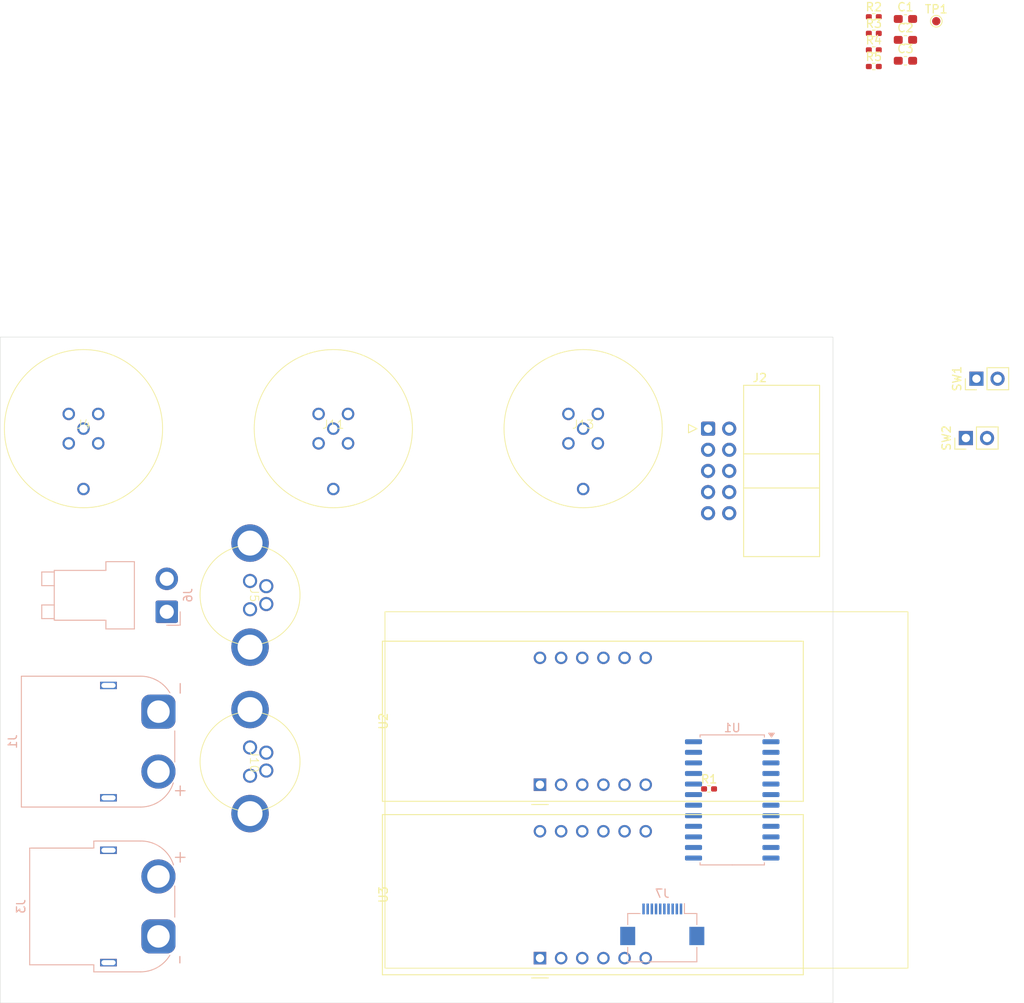
<source format=kicad_pcb>
(kicad_pcb (version 20240108) (generator "pcbnew") (generator_version "8.0")
  (layers (0 "F.Cu" signal) (31 "B.Cu" signal) (34 "B.Paste" user) (35 "F.Paste" user) (36 "B.SilkS" user "B.Silkscreen") (37 "F.SilkS" user "F.Silkscreen") (38 "B.Mask" user) (39 "F.Mask" user) (44 "Edge.Cuts" user))
  (net 0 "")
  (net 1 "/PACK+")
  (net 2 "/PACK-")
  (net 3 "/CANL")
  (net 4 "/DISP_CLK")
  (net 5 "/CANH")
  (net 6 "/MCU_RST")
  (net 7 "/MODE_BTN_B")
  (net 8 "+5V")
  (net 9 "/DISP_CS")
  (net 10 "GND")
  (net 11 "/DISP_DIN")
  (net 12 "/MODE_BTN_A")
  (net 13 "/CHG_EXT")
  (net 14 "/SEG_6")
  (net 15 "/SEG_0")
  (net 16 "/SEG_5")
  (net 17 "/DIG_3")
  (net 18 "/DIG_2")
  (net 19 "/SEG_2")
  (net 20 "/SEG_7")
  (net 21 "/SEG_3")
  (net 22 "/SEG_4")
  (net 23 "/DIG_1")
  (net 24 "/SEG_1")
  (net 25 "/DIG_0")
  (net 26 "/DIG_5")
  (net 27 "/DIG_6")
  (net 28 "/DIG_4")
  (net 29 "/DIG_7")
  (net 31 "Net-(U1-ISET)")
  (net 36 "Net-(J11-Pin_3)")
  (net 37 "/DISP")
  (net 38 "/EXTCOMIN")
  (net 43 "Net-(J11-Pin_1)")
  (net 47 "/EXTMODE")
  (footprint "Resistor_SMD:R_0402_1005Metric_Pad0.72x0.64mm_HandSolder" (layer "F.Cu") (at 75.1199 43.2816)
    (property "Reference" "R1" (at 0 -1.17 0) (layer "F.SilkS"))
    (property "Value" "2k2")
    (fp_line (start -0.167621 -0.38) (end 0.167621 -0.38) (stroke (width 0.12)) (layer "F.SilkS"))
    (fp_line (start -0.167621 0.38) (end 0.167621 0.38) (stroke (width 0.12)) (layer "F.SilkS"))
    (pad "1" smd roundrect (at -0.5975 0) (size 0.715 0.64) (layers "F.Cu" "F.Paste" "F.Mask") (net 31 "Net-(U1-ISET)"))
    (pad "2" smd roundrect (at 0.5975 0) (size 0.715 0.64) (layers "F.Cu" "F.Paste" "F.Mask") (net 8 "+5V"))
  )
  (footprint "nturt_kicad_lib_EP6:M12-5P-ground" (layer "F.Cu") (at 0 0)
    (property "Reference" "J4" (at 0 -0.5 0) (layer "F.SilkS") (effects (font (thickness 0.1))))
    (property "Value" "charge")
    (fp_circle (center 0 0) (end 9.5 0) (stroke (width 0.1)) (fill none) (layer "F.SilkS"))
    (pad "1" thru_hole circle (at 1.7678 -1.7678) (size 1.5 1.5) (drill 1) (layers "*.Cu" "*.Mask") (net 2 "/PACK-"))
    (pad "2" thru_hole circle (at -1.7678 -1.7678) (size 1.5 1.5) (drill 1) (layers "*.Cu" "*.Mask") (net 2 "/PACK-"))
    (pad "3" thru_hole circle (at -1.7678 1.7678) (size 1.5 1.5) (drill 1) (layers "*.Cu" "*.Mask") (net 13 "/CHG_EXT"))
    (pad "4" thru_hole circle (at 1.7678 1.7678) (size 1.5 1.5) (drill 1) (layers "*.Cu" "*.Mask") (net 13 "/CHG_EXT"))
    (pad "5" thru_hole circle (at 0 0) (size 1.5 1.5) (drill 1) (layers "*.Cu" "*.Mask"))
    (pad "6" thru_hole circle (at 0 7.25) (size 1.5 1.5) (drill 1) (layers "*.Cu" "*.Mask"))
  )
  (footprint "Connector_PinHeader_2.54mm:PinHeader_1x02_P2.54mm_Vertical" (layer "F.Cu") (at 105.9594 1.127 90)
    (property "Reference" "SW2" (at 0 -2.33 90) (layer "F.SilkS"))
    (property "Value" "MCU_RST")
    (fp_line (start -1.33 -1.33) (end 0 -1.33) (stroke (width 0.12)) (layer "F.SilkS"))
    (fp_line (start -1.33 0) (end -1.33 -1.33) (stroke (width 0.12)) (layer "F.SilkS"))
    (fp_line (start 1.33 1.27) (end 1.33 3.87) (stroke (width 0.12)) (layer "F.SilkS"))
    (fp_line (start -1.33 1.27) (end 1.33 1.27) (stroke (width 0.12)) (layer "F.SilkS"))
    (fp_line (start -1.33 1.27) (end -1.33 3.87) (stroke (width 0.12)) (layer "F.SilkS"))
    (fp_line (start -1.33 3.87) (end 1.33 3.87) (stroke (width 0.12)) (layer "F.SilkS"))
    (pad "1" thru_hole rect (at 0 0 90) (size 1.7 1.7) (drill 1) (layers "*.Cu" "*.Mask") (net 6 "/MCU_RST"))
    (pad "2" thru_hole oval (at 0 2.54 90) (size 1.7 1.7) (drill 1) (layers "*.Cu" "*.Mask") (net 10 "GND"))
  )
  (footprint "Resistor_SMD:R_0402_1005Metric_Pad0.72x0.64mm_HandSolder" (layer "F.Cu") (at 94.9 -45.5)
    (property "Reference" "R4" (at 0 -1.17 0) (layer "F.SilkS"))
    (property "Value" "100k")
    (fp_line (start -0.167621 -0.38) (end 0.167621 -0.38) (stroke (width 0.12)) (layer "F.SilkS"))
    (fp_line (start -0.167621 0.38) (end 0.167621 0.38) (stroke (width 0.12)) (layer "F.SilkS"))
    (pad "1" smd roundrect (at -0.5975 0) (size 0.715 0.64) (layers "F.Cu" "F.Paste" "F.Mask") (net 47 "/EXTMODE"))
    (pad "2" smd roundrect (at 0.5975 0) (size 0.715 0.64) (layers "F.Cu" "F.Paste" "F.Mask") (net 8 "+5V"))
  )
  (footprint "Connector_IDC:IDC-Header_2x05_P2.54mm_Horizontal" (layer "F.Cu") (at 75 0)
    (property "Reference" "J2" (at 6.215 -6.1 0) (layer "F.SilkS"))
    (property "Value" "Front Panel")
    (fp_line (start -2.35 -0.5) (end -2.35 0.5) (stroke (width 0.12)) (layer "F.SilkS"))
    (fp_line (start -2.35 0.5) (end -1.35 0) (stroke (width 0.12)) (layer "F.SilkS"))
    (fp_line (start -1.35 0) (end -2.35 -0.5) (stroke (width 0.12)) (layer "F.SilkS"))
    (fp_line (start 4.27 -5.21) (end 13.39 -5.21) (stroke (width 0.12)) (layer "F.SilkS"))
    (fp_line (start 4.27 3.03) (end 13.39 3.03) (stroke (width 0.12)) (layer "F.SilkS"))
    (fp_line (start 4.27 7.13) (end 13.39 7.13) (stroke (width 0.12)) (layer "F.SilkS"))
    (fp_line (start 4.27 15.37) (end 4.27 -5.21) (stroke (width 0.12)) (layer "F.SilkS"))
    (fp_line (start 13.39 -5.21) (end 13.39 15.37) (stroke (width 0.12)) (layer "F.SilkS"))
    (fp_line (start 13.39 15.37) (end 4.27 15.37) (stroke (width 0.12)) (layer "F.SilkS"))
    (pad "1" thru_hole roundrect (at 0 0) (size 1.7 1.7) (drill 1) (layers "*.Cu" "*.Mask") (roundrect_rratio 0.147059) (net 9 "/DISP_CS"))
    (pad "2" thru_hole circle (at 2.54 0) (size 1.7 1.7) (drill 1) (layers "*.Cu" "*.Mask") (net 4 "/DISP_CLK"))
    (pad "3" thru_hole circle (at 0 2.54) (size 1.7 1.7) (drill 1) (layers "*.Cu" "*.Mask") (net 11 "/DISP_DIN"))
    (pad "4" thru_hole circle (at 2.54 2.54) (size 1.7 1.7) (drill 1) (layers "*.Cu" "*.Mask") (net 6 "/MCU_RST"))
    (pad "5" thru_hole circle (at 0 5.08) (size 1.7 1.7) (drill 1) (layers "*.Cu" "*.Mask") (net 10 "GND"))
    (pad "6" thru_hole circle (at 2.54 5.08) (size 1.7 1.7) (drill 1) (layers "*.Cu" "*.Mask") (net 3 "/CANL"))
    (pad "7" thru_hole circle (at 0 7.62) (size 1.7 1.7) (drill 1) (layers "*.Cu" "*.Mask") (net 5 "/CANH"))
    (pad "8" thru_hole circle (at 2.54 7.62) (size 1.7 1.7) (drill 1) (layers "*.Cu" "*.Mask") (net 8 "+5V"))
    (pad "9" thru_hole circle (at 0 10.16) (size 1.7 1.7) (drill 1) (layers "*.Cu" "*.Mask") (net 7 "/MODE_BTN_B"))
    (pad "10" thru_hole circle (at 2.54 10.16) (size 1.7 1.7) (drill 1) (layers "*.Cu" "*.Mask") (net 12 "/MODE_BTN_A"))
  )
  (footprint "nturt_kicad_lib_EP6:M12-5P-ground" (layer "F.Cu") (at 60 0)
    (property "Reference" "J13" (at 0 -0.5 0) (layer "F.SilkS") (effects (font (thickness 0.1))))
    (property "Value" "24V out")
    (fp_circle (center 0 0) (end 9.5 0) (stroke (width 0.1)) (fill none) (layer "F.SilkS"))
    (pad "1" thru_hole circle (at 1.7678 -1.7678) (size 1.5 1.5) (drill 1) (layers "*.Cu" "*.Mask") (net 2 "/PACK-"))
    (pad "2" thru_hole circle (at -1.7678 -1.7678) (size 1.5 1.5) (drill 1) (layers "*.Cu" "*.Mask") (net 2 "/PACK-"))
    (pad "3" thru_hole circle (at -1.7678 1.7678) (size 1.5 1.5) (drill 1) (layers "*.Cu" "*.Mask") (net 43 "Net-(J11-Pin_1)"))
    (pad "4" thru_hole circle (at 1.7678 1.7678) (size 1.5 1.5) (drill 1) (layers "*.Cu" "*.Mask") (net 43 "Net-(J11-Pin_1)"))
    (pad "5" thru_hole circle (at 0 0) (size 1.5 1.5) (drill 1) (layers "*.Cu" "*.Mask"))
    (pad "6" thru_hole circle (at 0 7.25) (size 1.5 1.5) (drill 1) (layers "*.Cu" "*.Mask"))
  )
  (footprint "Resistor_SMD:R_0402_1005Metric_Pad0.72x0.64mm_HandSolder" (layer "F.Cu") (at 94.9 -47.49)
    (property "Reference" "R3" (at 0 -1.17 0) (layer "F.SilkS"))
    (property "Value" "100k")
    (fp_line (start -0.167621 -0.38) (end 0.167621 -0.38) (stroke (width 0.12)) (layer "F.SilkS"))
    (fp_line (start -0.167621 0.38) (end 0.167621 0.38) (stroke (width 0.12)) (layer "F.SilkS"))
    (pad "1" smd roundrect (at -0.5975 0) (size 0.715 0.64) (layers "F.Cu" "F.Paste" "F.Mask") (net 37 "/DISP"))
    (pad "2" smd roundrect (at 0.5975 0) (size 0.715 0.64) (layers "F.Cu" "F.Paste" "F.Mask") (net 8 "+5V"))
  )
  (footprint "Connector_PinHeader_2.54mm:PinHeader_1x02_P2.54mm_Vertical" (layer "F.Cu") (at 107.225 -6 90)
    (property "Reference" "SW1" (at 0 -2.33 90) (layer "F.SilkS"))
    (property "Value" "MODE_CTL_BTN")
    (fp_line (start -1.33 -1.33) (end 0 -1.33) (stroke (width 0.12)) (layer "F.SilkS"))
    (fp_line (start -1.33 0) (end -1.33 -1.33) (stroke (width 0.12)) (layer "F.SilkS"))
    (fp_line (start 1.33 1.27) (end 1.33 3.87) (stroke (width 0.12)) (layer "F.SilkS"))
    (fp_line (start -1.33 1.27) (end 1.33 1.27) (stroke (width 0.12)) (layer "F.SilkS"))
    (fp_line (start -1.33 1.27) (end -1.33 3.87) (stroke (width 0.12)) (layer "F.SilkS"))
    (fp_line (start -1.33 3.87) (end 1.33 3.87) (stroke (width 0.12)) (layer "F.SilkS"))
    (pad "1" thru_hole rect (at 0 0 90) (size 1.7 1.7) (drill 1) (layers "*.Cu" "*.Mask") (net 12 "/MODE_BTN_A"))
    (pad "2" thru_hole oval (at 0 2.54 90) (size 1.7 1.7) (drill 1) (layers "*.Cu" "*.Mask") (net 7 "/MODE_BTN_B"))
  )
  (footprint "Capacitor_SMD:C_0603_1608Metric_Pad1.08x0.95mm_HandSolder" (layer "F.Cu") (at 98.7 -44.2)
    (property "Reference" "C3" (at 0 -1.43 0) (layer "F.SilkS"))
    (property "Value" "1u")
    (fp_line (start -0.146267 -0.51) (end 0.146267 -0.51) (stroke (width 0.12)) (layer "F.SilkS"))
    (fp_line (start -0.146267 0.51) (end 0.146267 0.51) (stroke (width 0.12)) (layer "F.SilkS"))
    (pad "1" smd roundrect (at -0.8625 0) (size 1.075 0.95) (layers "F.Cu" "F.Paste" "F.Mask") (net 37 "/DISP"))
    (pad "2" smd roundrect (at 0.8625 0) (size 1.075 0.95) (layers "F.Cu" "F.Paste" "F.Mask") (net 10 "GND"))
  )
  (footprint "Resistor_SMD:R_0402_1005Metric_Pad0.72x0.64mm_HandSolder" (layer "F.Cu") (at 94.9 -43.51)
    (property "Reference" "R5" (at 0 -1.17 0) (layer "F.SilkS"))
    (property "Value" "100k")
    (fp_line (start -0.167621 -0.38) (end 0.167621 -0.38) (stroke (width 0.12)) (layer "F.SilkS"))
    (fp_line (start -0.167621 0.38) (end 0.167621 0.38) (stroke (width 0.12)) (layer "F.SilkS"))
    (pad "1" smd roundrect (at -0.5975 0) (size 0.715 0.64) (layers "F.Cu" "F.Paste" "F.Mask") (net 10 "GND"))
    (pad "2" smd roundrect (at 0.5975 0) (size 0.715 0.64) (layers "F.Cu" "F.Paste" "F.Mask") (net 47 "/EXTMODE"))
  )
  (footprint "Display_7Segment:CA56-12EWA" (layer "F.Cu") (at 54.8132 63.6086 90)
    (property "Reference" "U3" (at 7.62 -18.8 90) (layer "F.SilkS"))
    (property "Value" "CA56-12SRWA")
    (fp_line (start -2 -18.92) (end 17.24 -18.92) (stroke (width 0.12)) (layer "F.SilkS"))
    (fp_line (start -2 -18.92) (end -2 31.62) (stroke (width 0.12)) (layer "F.SilkS"))
    (fp_line (start -2.38 -1) (end -2.38 1) (stroke (width 0.12)) (layer "F.SilkS"))
    (fp_line (start 17.24 31.62) (end 17.24 -18.92) (stroke (width 0.12)) (layer "F.SilkS"))
    (fp_line (start -2 31.62) (end 17.24 31.62) (stroke (width 0.12)) (layer "F.SilkS"))
    (pad "1" thru_hole rect (at 0 0 90) (size 1.5 1.5) (drill 1) (layers "*.Cu" "*.Mask") (net 22 "/SEG_4"))
    (pad "2" thru_hole circle (at 0 2.54 90) (size 1.5 1.5) (drill 1) (layers "*.Cu" "*.Mask") (net 21 "/SEG_3"))
    (pad "3" thru_hole circle (at 0 5.08 90) (size 1.5 1.5) (drill 1) (layers "*.Cu" "*.Mask") (net 20 "/SEG_7"))
    (pad "4" thru_hole circle (at 0 7.62 90) (size 1.5 1.5) (drill 1) (layers "*.Cu" "*.Mask") (net 19 "/SEG_2"))
    (pad "5" thru_hole circle (at 0 10.16 90) (size 1.5 1.5) (drill 1) (layers "*.Cu" "*.Mask") (net 14 "/SEG_6"))
    (pad "6" thru_hole circle (at 0 12.7 90) (size 1.5 1.5) (drill 1) (layers "*.Cu" "*.Mask") (net 29 "/DIG_7"))
    (pad "7" thru_hole circle (at 15.24 12.7 90) (size 1.5 1.5) (drill 1) (layers "*.Cu" "*.Mask") (net 24 "/SEG_1"))
    (pad "8" thru_hole circle (at 15.24 10.16 90) (size 1.5 1.5) (drill 1) (layers "*.Cu" "*.Mask") (net 27 "/DIG_6"))
    (pad "9" thru_hole circle (at 15.24 7.62 90) (size 1.5 1.5) (drill 1) (layers "*.Cu" "*.Mask") (net 26 "/DIG_5"))
    (pad "10" thru_hole circle (at 15.24 5.08 90) (size 1.5 1.5) (drill 1) (layers "*.Cu" "*.Mask") (net 16 "/SEG_5"))
    (pad "11" thru_hole circle (at 15.24 2.54 90) (size 1.5 1.5) (drill 1) (layers "*.Cu" "*.Mask") (net 15 "/SEG_0"))
    (pad "12" thru_hole circle (at 15.24 0 90) (size 1.5 1.5) (drill 1) (layers "*.Cu" "*.Mask") (net 28 "/DIG_4"))
  )
  (footprint "nturt_kicad_lib_EP6:WP-04F3-26-11" (layer "F.Cu") (at 20 40 -90)
    (property "Reference" "J10" (at 0 -0.5 -90) (layer "F.SilkS") (effects (font (thickness 0.1))))
    (property "Value" "CAN")
    (fp_circle (center 0 0) (end 6 0) (stroke (width 0.1)) (fill none) (layer "F.SilkS"))
    (pad "1" thru_hole circle (at 1.7 0 270) (size 1.7 1.7) (drill 1.2) (layers "*.Cu" "*.Mask") (net 3 "/CANL"))
    (pad "2" thru_hole circle (at 1.075 -1.95 270) (size 1.7 1.7) (drill 1.2) (layers "*.Cu" "*.Mask"))
    (pad "3" thru_hole circle (at -1.7 0 270) (size 1.7 1.7) (drill 1.2) (layers "*.Cu" "*.Mask") (net 10 "GND"))
    (pad "4" thru_hole circle (at -1.075 -1.95 270) (size 1.7 1.7) (drill 1.2) (layers "*.Cu" "*.Mask") (net 5 "/CANH"))
    (pad "5" thru_hole circle (at -6.25 0 270) (size 4.5 4.5) (drill 3) (layers "*.Cu" "*.Mask"))
    (pad "5" thru_hole circle (at 6.25 0 270) (size 4.5 4.5) (drill 3) (layers "*.Cu" "*.Mask"))
  )
  (footprint "nturt_kicad_lib_EP6:WP-04F3-26-11" (layer "F.Cu") (at 20 20 -90)
    (property "Reference" "J5" (at 0 -0.5 -90) (layer "F.SilkS") (effects (font (thickness 0.1))))
    (property "Value" "toFront")
    (fp_circle (center 0 0) (end 6 0) (stroke (width 0.1)) (fill none) (layer "F.SilkS"))
    (pad "1" thru_hole circle (at 1.7 0 270) (size 1.7 1.7) (drill 1.2) (layers "*.Cu" "*.Mask") (net 5 "/CANH"))
    (pad "2" thru_hole circle (at 1.075 -1.95 270) (size 1.7 1.7) (drill 1.2) (layers "*.Cu" "*.Mask") (net 3 "/CANL"))
    (pad "3" thru_hole circle (at -1.7 0 270) (size 1.7 1.7) (drill 1.2) (layers "*.Cu" "*.Mask") (net 1 "/PACK+"))
    (pad "4" thru_hole circle (at -1.075 -1.95 270) (size 1.7 1.7) (drill 1.2) (layers "*.Cu" "*.Mask") (net 2 "/PACK-"))
    (pad "5" thru_hole circle (at -6.25 0 270) (size 4.5 4.5) (drill 3) (layers "*.Cu" "*.Mask"))
    (pad "5" thru_hole circle (at 6.25 0 270) (size 4.5 4.5) (drill 3) (layers "*.Cu" "*.Mask"))
  )
  (footprint "TestPoint:TestPoint_Pad_D1.0mm" (layer "F.Cu") (at 102.4 -48.95)
    (property "Reference" "TP1" (at 0 -1.448 0) (layer "F.SilkS"))
    (property "Value" "EXTCOMIN")
    (fp_circle (center 0 0) (end 0 0.7) (stroke (width 0.12)) (fill none) (layer "F.SilkS"))
    (pad "1" smd circle (at 0 0) (size 1 1) (layers "F.Cu" "F.Mask") (net 38 "/EXTCOMIN"))
  )
  (footprint "Resistor_SMD:R_0402_1005Metric_Pad0.72x0.64mm_HandSolder" (layer "F.Cu") (at 94.9 -49.48)
    (property "Reference" "R2" (at 0 -1.17 0) (layer "F.SilkS"))
    (property "Value" "100k")
    (fp_line (start -0.167621 -0.38) (end 0.167621 -0.38) (stroke (width 0.12)) (layer "F.SilkS"))
    (fp_line (start -0.167621 0.38) (end 0.167621 0.38) (stroke (width 0.12)) (layer "F.SilkS"))
    (pad "1" smd roundrect (at -0.5975 0) (size 0.715 0.64) (layers "F.Cu" "F.Paste" "F.Mask") (net 38 "/EXTCOMIN"))
    (pad "2" smd roundrect (at 0.5975 0) (size 0.715 0.64) (layers "F.Cu" "F.Paste" "F.Mask") (net 8 "+5V"))
  )
  (footprint "Capacitor_SMD:C_0603_1608Metric_Pad1.08x0.95mm_HandSolder" (layer "F.Cu") (at 98.7 -49.22)
    (property "Reference" "C1" (at 0 -1.43 0) (layer "F.SilkS"))
    (property "Value" "10u")
    (fp_line (start -0.146267 -0.51) (end 0.146267 -0.51) (stroke (width 0.12)) (layer "F.SilkS"))
    (fp_line (start -0.146267 0.51) (end 0.146267 0.51) (stroke (width 0.12)) (layer "F.SilkS"))
    (pad "1" smd roundrect (at -0.8625 0) (size 1.075 0.95) (layers "F.Cu" "F.Paste" "F.Mask") (net 8 "+5V"))
    (pad "2" smd roundrect (at 0.8625 0) (size 1.075 0.95) (layers "F.Cu" "F.Paste" "F.Mask") (net 10 "GND"))
  )
  (footprint "nturt_kicad_lib_EP6:M12-5P-ground" (layer "F.Cu") (at 30 0)
    (property "Reference" "J11" (at 0 -0.5 0) (layer "F.SilkS") (effects (font (thickness 0.1))))
    (property "Value" "GLVMS")
    (fp_circle (center 0 0) (end 9.5 0) (stroke (width 0.1)) (fill none) (layer "F.SilkS"))
    (pad "1" thru_hole circle (at 1.7678 -1.7678) (size 1.5 1.5) (drill 1) (layers "*.Cu" "*.Mask") (net 43 "Net-(J11-Pin_1)"))
    (pad "2" thru_hole circle (at -1.7678 -1.7678) (size 1.5 1.5) (drill 1) (layers "*.Cu" "*.Mask") (net 43 "Net-(J11-Pin_1)"))
    (pad "3" thru_hole circle (at -1.7678 1.7678) (size 1.5 1.5) (drill 1) (layers "*.Cu" "*.Mask") (net 36 "Net-(J11-Pin_3)"))
    (pad "4" thru_hole circle (at 1.7678 1.7678) (size 1.5 1.5) (drill 1) (layers "*.Cu" "*.Mask") (net 36 "Net-(J11-Pin_3)"))
    (pad "5" thru_hole circle (at 0 0) (size 1.5 1.5) (drill 1) (layers "*.Cu" "*.Mask"))
    (pad "6" thru_hole circle (at 0 7.25) (size 1.5 1.5) (drill 1) (layers "*.Cu" "*.Mask"))
  )
  (footprint "Display_7Segment:CA56-12EWA" (layer "F.Cu") (at 54.8132 42.7736 90)
    (property "Reference" "U2" (at 7.62 -18.8 90) (layer "F.SilkS"))
    (property "Value" "CA56-12SRWA")
    (fp_line (start -2 -18.92) (end 17.24 -18.92) (stroke (width 0.12)) (layer "F.SilkS"))
    (fp_line (start -2 -18.92) (end -2 31.62) (stroke (width 0.12)) (layer "F.SilkS"))
    (fp_line (start -2.38 -1) (end -2.38 1) (stroke (width 0.12)) (layer "F.SilkS"))
    (fp_line (start 17.24 31.62) (end 17.24 -18.92) (stroke (width 0.12)) (layer "F.SilkS"))
    (fp_line (start -2 31.62) (end 17.24 31.62) (stroke (width 0.12)) (layer "F.SilkS"))
    (pad "1" thru_hole rect (at 0 0 90) (size 1.5 1.5) (drill 1) (layers "*.Cu" "*.Mask") (net 22 "/SEG_4"))
    (pad "2" thru_hole circle (at 0 2.54 90) (size 1.5 1.5) (drill 1) (layers "*.Cu" "*.Mask") (net 21 "/SEG_3"))
    (pad "3" thru_hole circle (at 0 5.08 90) (size 1.5 1.5) (drill 1) (layers "*.Cu" "*.Mask") (net 20 "/SEG_7"))
    (pad "4" thru_hole circle (at 0 7.62 90) (size 1.5 1.5) (drill 1) (layers "*.Cu" "*.Mask") (net 19 "/SEG_2"))
    (pad "5" thru_hole circle (at 0 10.16 90) (size 1.5 1.5) (drill 1) (layers "*.Cu" "*.Mask") (net 14 "/SEG_6"))
    (pad "6" thru_hole circle (at 0 12.7 90) (size 1.5 1.5) (drill 1) (layers "*.Cu" "*.Mask") (net 17 "/DIG_3"))
    (pad "7" thru_hole circle (at 15.24 12.7 90) (size 1.5 1.5) (drill 1) (layers "*.Cu" "*.Mask") (net 24 "/SEG_1"))
    (pad "8" thru_hole circle (at 15.24 10.16 90) (size 1.5 1.5) (drill 1) (layers "*.Cu" "*.Mask") (net 18 "/DIG_2"))
    (pad "9" thru_hole circle (at 15.24 7.62 90) (size 1.5 1.5) (drill 1) (layers "*.Cu" "*.Mask") (net 23 "/DIG_1"))
    (pad "10" thru_hole circle (at 15.24 5.08 90) (size 1.5 1.5) (drill 1) (layers "*.Cu" "*.Mask") (net 16 "/SEG_5"))
    (pad "11" thru_hole circle (at 15.24 2.54 90) (size 1.5 1.5) (drill 1) (layers "*.Cu" "*.Mask") (net 15 "/SEG_0"))
    (pad "12" thru_hole circle (at 15.24 0 90) (size 1.5 1.5) (drill 1) (layers "*.Cu" "*.Mask") (net 25 "/DIG_0"))
  )
  (footprint "Capacitor_SMD:C_0603_1608Metric_Pad1.08x0.95mm_HandSolder" (layer "F.Cu") (at 98.7 -46.71)
    (property "Reference" "C2" (at 0 -1.43 0) (layer "F.SilkS"))
    (property "Value" "1u")
    (fp_line (start -0.146267 -0.51) (end 0.146267 -0.51) (stroke (width 0.12)) (layer "F.SilkS"))
    (fp_line (start -0.146267 0.51) (end 0.146267 0.51) (stroke (width 0.12)) (layer "F.SilkS"))
    (pad "1" smd roundrect (at -0.8625 0) (size 1.075 0.95) (layers "F.Cu" "F.Paste" "F.Mask") (net 8 "+5V"))
    (pad "2" smd roundrect (at 0.8625 0) (size 1.075 0.95) (layers "F.Cu" "F.Paste" "F.Mask") (net 10 "GND"))
  )
  (footprint "Connector_FFC-FPC:Hirose_FH12-10S-0.5SH_1x10-1MP_P0.50mm_Horizontal" (layer "B.Cu") (at 69.5 59.55 180)
    (property "Reference" "J7" (at 0 3.7 0) (layer "B.SilkS") (effects (justify mirror)))
    (property "Value" "Sharp Memory LCD")
    (fp_line (start 4.15 1.3) (end 2.66 1.3) (stroke (width 0.12)) (layer "B.SilkS"))
    (fp_line (start 4.15 -0.04) (end 4.15 1.3) (stroke (width 0.12)) (layer "B.SilkS"))
    (fp_line (start 4.15 -2.76) (end 4.15 -4.5) (stroke (width 0.12)) (layer "B.SilkS"))
    (fp_line (start 4.15 -4.5) (end -4.15 -4.5) (stroke (width 0.12)) (layer "B.SilkS"))
    (fp_line (start -2.66 2.5) (end -2.66 1.3) (stroke (width 0.12)) (layer "B.SilkS"))
    (fp_line (start -4.15 1.3) (end -2.66 1.3) (stroke (width 0.12)) (layer "B.SilkS"))
    (fp_line (start -4.15 -0.04) (end -4.15 1.3) (stroke (width 0.12)) (layer "B.SilkS"))
    (fp_line (start -4.15 -4.5) (end -4.15 -2.76) (stroke (width 0.12)) (layer "B.SilkS"))
    (pad "1" smd rect (at -2.25 1.85 180) (size 0.3 1.3) (layers "B.Cu" "B.Paste" "B.Mask") (net 4 "/DISP_CLK"))
    (pad "2" smd rect (at -1.75 1.85 180) (size 0.3 1.3) (layers "B.Cu" "B.Paste" "B.Mask") (net 11 "/DISP_DIN"))
    (pad "3" smd rect (at -1.25 1.85 180) (size 0.3 1.3) (layers "B.Cu" "B.Paste" "B.Mask") (net 9 "/DISP_CS"))
    (pad "4" smd rect (at -0.75 1.85 180) (size 0.3 1.3) (layers "B.Cu" "B.Paste" "B.Mask") (net 38 "/EXTCOMIN"))
    (pad "5" smd rect (at -0.25 1.85 180) (size 0.3 1.3) (layers "B.Cu" "B.Paste" "B.Mask") (net 37 "/DISP"))
    (pad "6" smd rect (at 0.25 1.85 180) (size 0.3 1.3) (layers "B.Cu" "B.Paste" "B.Mask") (net 8 "+5V"))
    (pad "7" smd rect (at 0.75 1.85 180) (size 0.3 1.3) (layers "B.Cu" "B.Paste" "B.Mask") (net 8 "+5V"))
    (pad "8" smd rect (at 1.25 1.85 180) (size 0.3 1.3) (layers "B.Cu" "B.Paste" "B.Mask") (net 47 "/EXTMODE"))
    (pad "9" smd rect (at 1.75 1.85 180) (size 0.3 1.3) (layers "B.Cu" "B.Paste" "B.Mask") (net 10 "GND"))
    (pad "10" smd rect (at 2.25 1.85 180) (size 0.3 1.3) (layers "B.Cu" "B.Paste" "B.Mask") (net 10 "GND"))
    (pad "MP" smd rect (at -4.15 -1.4 180) (size 1.8 2.2) (layers "B.Cu" "B.Paste" "B.Mask"))
    (pad "MP" smd rect (at 4.15 -1.4 180) (size 1.8 2.2) (layers "B.Cu" "B.Paste" "B.Mask"))
  )
  (footprint "Package_SO:SOIC-24W_7.5x15.4mm_P1.27mm" (layer "B.Cu") (at 77.9018 44.6016 180)
    (property "Reference" "U1" (at 0 8.65 0) (layer "B.SilkS") (effects (justify mirror)))
    (property "Value" "MAX7219")
    (fp_line (start 3.86 7.81) (end 0 7.81) (stroke (width 0.12)) (layer "B.SilkS"))
    (fp_line (start 3.86 7.545) (end 3.86 7.81) (stroke (width 0.12)) (layer "B.SilkS"))
    (fp_line (start 3.86 -7.545) (end 3.86 -7.81) (stroke (width 0.12)) (layer "B.SilkS"))
    (fp_line (start 3.86 -7.81) (end 0 -7.81) (stroke (width 0.12)) (layer "B.SilkS"))
    (fp_line (start -3.86 7.81) (end 0 7.81) (stroke (width 0.12)) (layer "B.SilkS"))
    (fp_line (start -3.86 7.545) (end -3.86 7.81) (stroke (width 0.12)) (layer "B.SilkS"))
    (fp_line (start -3.86 -7.545) (end -3.86 -7.81) (stroke (width 0.12)) (layer "B.SilkS"))
    (fp_line (start -3.86 -7.81) (end 0 -7.81) (stroke (width 0.12)) (layer "B.SilkS"))
    (fp_poly (pts (xy -4.7125 7.545) (xy -5.0525 8.015) (xy -4.3725 8.015) (xy -4.7125 7.545)) (stroke (width 0.12)) (fill solid) (layer "B.SilkS"))
    (pad "1" smd roundrect (at -4.65 6.985 180) (size 2.05 0.6) (layers "B.Cu" "B.Paste" "B.Mask") (net 11 "/DISP_DIN"))
    (pad "2" smd roundrect (at -4.65 5.715 180) (size 2.05 0.6) (layers "B.Cu" "B.Paste" "B.Mask") (net 25 "/DIG_0"))
    (pad "3" smd roundrect (at -4.65 4.445 180) (size 2.05 0.6) (layers "B.Cu" "B.Paste" "B.Mask") (net 28 "/DIG_4"))
    (pad "4" smd roundrect (at -4.65 3.175 180) (size 2.05 0.6) (layers "B.Cu" "B.Paste" "B.Mask") (net 10 "GND"))
    (pad "5" smd roundrect (at -4.65 1.905 180) (size 2.05 0.6) (layers "B.Cu" "B.Paste" "B.Mask") (net 27 "/DIG_6"))
    (pad "6" smd roundrect (at -4.65 0.635 180) (size 2.05 0.6) (layers "B.Cu" "B.Paste" "B.Mask") (net 18 "/DIG_2"))
    (pad "7" smd roundrect (at -4.65 -0.635 180) (size 2.05 0.6) (layers "B.Cu" "B.Paste" "B.Mask") (net 17 "/DIG_3"))
    (pad "8" smd roundrect (at -4.65 -1.905 180) (size 2.05 0.6) (layers "B.Cu" "B.Paste" "B.Mask") (net 29 "/DIG_7"))
    (pad "9" smd roundrect (at -4.65 -3.175 180) (size 2.05 0.6) (layers "B.Cu" "B.Paste" "B.Mask") (net 10 "GND"))
    (pad "10" smd roundrect (at -4.65 -4.445 180) (size 2.05 0.6) (layers "B.Cu" "B.Paste" "B.Mask") (net 26 "/DIG_5"))
    (pad "11" smd roundrect (at -4.65 -5.715 180) (size 2.05 0.6) (layers "B.Cu" "B.Paste" "B.Mask") (net 23 "/DIG_1"))
    (pad "12" smd roundrect (at -4.65 -6.985 180) (size 2.05 0.6) (layers "B.Cu" "B.Paste" "B.Mask") (net 9 "/DISP_CS"))
    (pad "13" smd roundrect (at 4.65 -6.985 180) (size 2.05 0.6) (layers "B.Cu" "B.Paste" "B.Mask") (net 4 "/DISP_CLK"))
    (pad "14" smd roundrect (at 4.65 -5.715 180) (size 2.05 0.6) (layers "B.Cu" "B.Paste" "B.Mask") (net 15 "/SEG_0"))
    (pad "15" smd roundrect (at 4.65 -4.445 180) (size 2.05 0.6) (layers "B.Cu" "B.Paste" "B.Mask") (net 16 "/SEG_5"))
    (pad "16" smd roundrect (at 4.65 -3.175 180) (size 2.05 0.6) (layers "B.Cu" "B.Paste" "B.Mask") (net 24 "/SEG_1"))
    (pad "17" smd roundrect (at 4.65 -1.905 180) (size 2.05 0.6) (layers "B.Cu" "B.Paste" "B.Mask") (net 14 "/SEG_6"))
    (pad "18" smd roundrect (at 4.65 -0.635 180) (size 2.05 0.6) (layers "B.Cu" "B.Paste" "B.Mask") (net 31 "Net-(U1-ISET)"))
    (pad "19" smd roundrect (at 4.65 0.635 180) (size 2.05 0.6) (layers "B.Cu" "B.Paste" "B.Mask") (net 8 "+5V"))
    (pad "20" smd roundrect (at 4.65 1.905 180) (size 2.05 0.6) (layers "B.Cu" "B.Paste" "B.Mask") (net 19 "/SEG_2"))
    (pad "21" smd roundrect (at 4.65 3.175 180) (size 2.05 0.6) (layers "B.Cu" "B.Paste" "B.Mask") (net 22 "/SEG_4"))
    (pad "22" smd roundrect (at 4.65 4.445 180) (size 2.05 0.6) (layers "B.Cu" "B.Paste" "B.Mask") (net 20 "/SEG_7"))
    (pad "23" smd roundrect (at 4.65 5.715 180) (size 2.05 0.6) (layers "B.Cu" "B.Paste" "B.Mask") (net 21 "/SEG_3"))
    (pad "24" smd roundrect (at 4.65 6.985 180) (size 2.05 0.6) (layers "B.Cu" "B.Paste" "B.Mask"))
  )
  (footprint "Connector_JST:JST_VH_B2PS-VH_1x02_P3.96mm_Horizontal" (layer "B.Cu") (at 10 22 90)
    (property "Reference" "J6" (at 1.98 2.55 90) (layer "B.SilkS") (effects (justify mirror)))
    (property "Value" "GLV_Main_Fuse")
    (fp_line (start 4.78 -15.01) (end 3.14 -15.01) (stroke (width 0.12)) (layer "B.SilkS"))
    (fp_line (start 3.14 -15.01) (end 3.14 -13.51) (stroke (width 0.12)) (layer "B.SilkS"))
    (fp_line (start 0.82 -15.01) (end -0.82 -15.01) (stroke (width 0.12)) (layer "B.SilkS"))
    (fp_line (start -0.82 -15.01) (end -0.82 -13.51) (stroke (width 0.12)) (layer "B.SilkS"))
    (fp_line (start 4.97 -13.51) (end 4.97 -7.31) (stroke (width 0.12)) (layer "B.SilkS"))
    (fp_line (start 4.78 -13.51) (end 4.78 -15.01) (stroke (width 0.12)) (layer "B.SilkS"))
    (fp_line (start 0.82 -13.51) (end 0.82 -15.01) (stroke (width 0.12)) (layer "B.SilkS"))
    (fp_line (start -1.01 -13.51) (end 4.97 -13.51) (stroke (width 0.12)) (layer "B.SilkS"))
    (fp_line (start 6.02 -7.31) (end 6.02 -3.89) (stroke (width 0.12)) (layer "B.SilkS"))
    (fp_line (start 4.97 -7.31) (end 6.02 -7.31) (stroke (width 0.12)) (layer "B.SilkS"))
    (fp_line (start -1.01 -7.31) (end -1.01 -13.51) (stroke (width 0.12)) (layer "B.SilkS"))
    (fp_line (start -2.06 -7.31) (end -1.01 -7.31) (stroke (width 0.12)) (layer "B.SilkS"))
    (fp_line (start 6.02 -3.89) (end -2.06 -3.89) (stroke (width 0.12)) (layer "B.SilkS"))
    (fp_line (start -2.06 -3.89) (end -2.06 -7.31) (stroke (width 0.12)) (layer "B.SilkS"))
    (fp_line (start -1.61 0) (end -1.61 1.61) (stroke (width 0.12)) (layer "B.SilkS"))
    (fp_line (start -1.61 1.61) (end 0 1.61) (stroke (width 0.12)) (layer "B.SilkS"))
    (pad "1" thru_hole roundrect (at 0 0 90) (size 2.7 2.7) (drill 1.7) (layers "*.Cu" "*.Mask") (roundrect_rratio 0.092593) (net 1 "/PACK+"))
    (pad "2" thru_hole circle (at 3.96 0 90) (size 2.7 2.7) (drill 1.7) (layers "*.Cu" "*.Mask") (net 36 "Net-(J11-Pin_3)"))
  )
  (footprint "Connector_AMASS:AMASS_XT60PW-M_1x02_P7.20mm_Horizontal" (layer "B.Cu") (at 9 34 -90)
    (property "Reference" "J1" (at 3.6 17.5 90) (layer "B.SilkS") (effects (justify mirror)))
    (property "Value" "Power In")
    (fp_line (start 11.46 16.46) (end -4.26 16.46) (stroke (width 0.12)) (layer "B.SilkS"))
    (fp_line (start -4.26 2.15) (end -4.26 16.46) (stroke (width 0.12)) (layer "B.SilkS"))
    (fp_line (start 11.46 2.15) (end 11.46 16.46) (stroke (width 0.12)) (layer "B.SilkS"))
    (fp_line (start 6.05 -1.96) (end 2.31 -1.96) (stroke (width 0.12)) (layer "B.SilkS"))
    (fp_arc (start -4.26 2.15) (mid -3.727162 0.126139) (end -2.266806 -1.372958) (stroke (width 0.12)) (layer "B.SilkS"))
    (fp_arc (start 8.551648 -1.780413) (mid 10.653852 -0.294722) (end 11.46 2.15) (stroke (width 0.12)) (layer "B.SilkS"))
    (fp_text user "-" (at -2.8 -2.5 90) (layer "B.SilkS") (effects (font (size 1.5 1.5)) (justify mirror)))
    (fp_text user "+" (at 9.5 -2.5 90) (layer "B.SilkS") (effects (font (size 1.5 1.5)) (justify mirror)))
    (pad "" thru_hole rect (at -3.15 6 270) (size 0.9 2) (drill oval 0.6 1.7) (layers "*.Cu" "*.Mask"))
    (pad "" thru_hole rect (at 10.35 6 270) (size 0.9 2) (drill oval 0.6 1.7) (layers "*.Cu" "*.Mask"))
    (pad "1" thru_hole roundrect (at 0 0 270) (size 4.1 4.1) (drill 2.7) (layers "*.Cu" "*.Mask") (net 1 "/PACK+"))
    (pad "2" thru_hole circle (at 7.2 0 270) (size 4.1 4.1) (drill 2.7) (layers "*.Cu" "*.Mask") (net 2 "/PACK-"))
  )
  (footprint "Connector_AMASS:AMASS_XT60PW-F_1x02_P7.20mm_Horizontal" (layer "B.Cu") (at 9 61 -90)
    (property "Reference" "J3" (at -3.6 16.5 90) (layer "B.SilkS") (effects (justify mirror)))
    (property "Value" "Charge")
    (fp_line (start 3.41 15.46) (end -10.61 15.46) (stroke (width 0.12)) (layer "B.SilkS"))
    (fp_line (start -10.61 7.76) (end -10.61 15.46) (stroke (width 0.12)) (layer "B.SilkS"))
    (fp_line (start -10.61 7.76) (end -11.46 7.76) (stroke (width 0.12)) (layer "B.SilkS"))
    (fp_line (start 3.41 7.76) (end 3.41 15.46) (stroke (width 0.12)) (layer "B.SilkS"))
    (fp_line (start 4.26 7.76) (end 3.41 7.76) (stroke (width 0.12)) (layer "B.SilkS"))
    (fp_line (start -11.46 2.15) (end -11.46 7.76) (stroke (width 0.12)) (layer "B.SilkS"))
    (fp_line (start 4.26 2.15) (end 4.26 7.76) (stroke (width 0.12)) (layer "B.SilkS"))
    (fp_line (start -2.31 -1.96) (end -6.05 -1.96) (stroke (width 0.12)) (layer "B.SilkS"))
    (fp_arc (start -11.46 2.15) (mid -10.677645 -0.302568) (end -8.5899 -1.808718) (stroke (width 0.12)) (layer "B.SilkS"))
    (fp_arc (start 2.266806 -1.372958) (mid 3.727162 0.126139) (end 4.26 2.15) (stroke (width 0.12)) (layer "B.SilkS"))
    (fp_text user "+" (at -9.5 -2.5 90) (layer "B.SilkS") (effects (font (size 1.5 1.5)) (justify mirror)))
    (fp_text user "-" (at 2.8 -2.5 90) (layer "B.SilkS") (effects (justify mirror)))
    (pad "" thru_hole rect (at -10.35 6 270) (size 0.9 2) (drill oval 0.6 1.7) (layers "*.Cu" "*.Mask"))
    (pad "" thru_hole rect (at 3.15 6 270) (size 0.9 2) (drill oval 0.6 1.7) (layers "*.Cu" "*.Mask"))
    (pad "1" thru_hole roundrect (at 0 0 270) (size 4.1 4.1) (drill 2.7) (layers "*.Cu" "*.Mask") (net 13 "/CHG_EXT"))
    (pad "2" thru_hole circle (at -7.2 0 270) (size 4.1 4.1) (drill 2.7) (layers "*.Cu" "*.Mask") (net 2 "/PACK-"))
  )
  (gr_rect (start 36.2 22) (end 99 64.82) (stroke (width 0.1)) (fill none) (layer "F.SilkS"))
  (gr_rect (start -10 -11) (end 90 69) (stroke (width 0.05)) (fill none) (layer "Edge.Cuts"))
)
</source>
